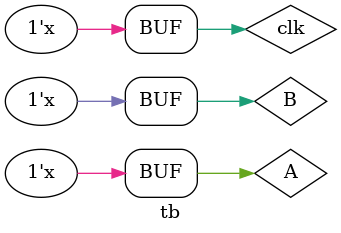
<source format=v>
`timescale 1ns / 1ps


module tb;

	// Inputs
	reg clk;
	reg A;
	reg B;

	// Outputs
	wire out;
	wire [3:0] num;

	// Instantiate the Unit Under Test (UUT)
	my_applicaton uut (
		.clk(clk), 
		.A(A), 
		.B(B), 
		.out(out), 
		.num(num)
	);

	initial begin
		clk = 0;
		A = 0;
		B = 0;
	end
	
	always begin
		#1 clk = ~clk;
	end
	
	always begin
		#50 A = ~A;
	end
	
	always begin
		#80 B = ~B;
	end
      
endmodule


</source>
